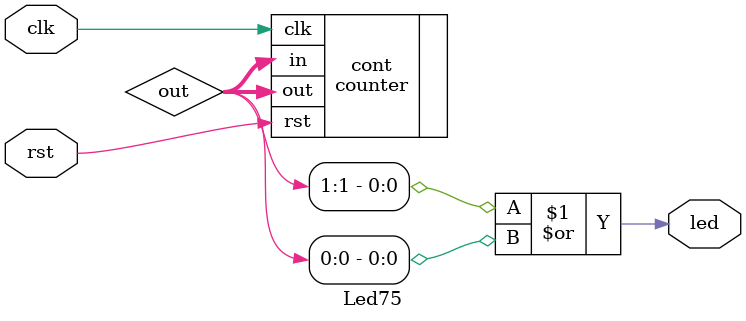
<source format=v>
`timescale 1ns / 1ps


module Led75(
    input clk, rst,
    output led
    );

    wire [1:0] out;
    counter #(2) cont (.clk(clk), .rst(rst), .in(out), .out(out));

    or (led, out[1], out[0]);
endmodule

</source>
